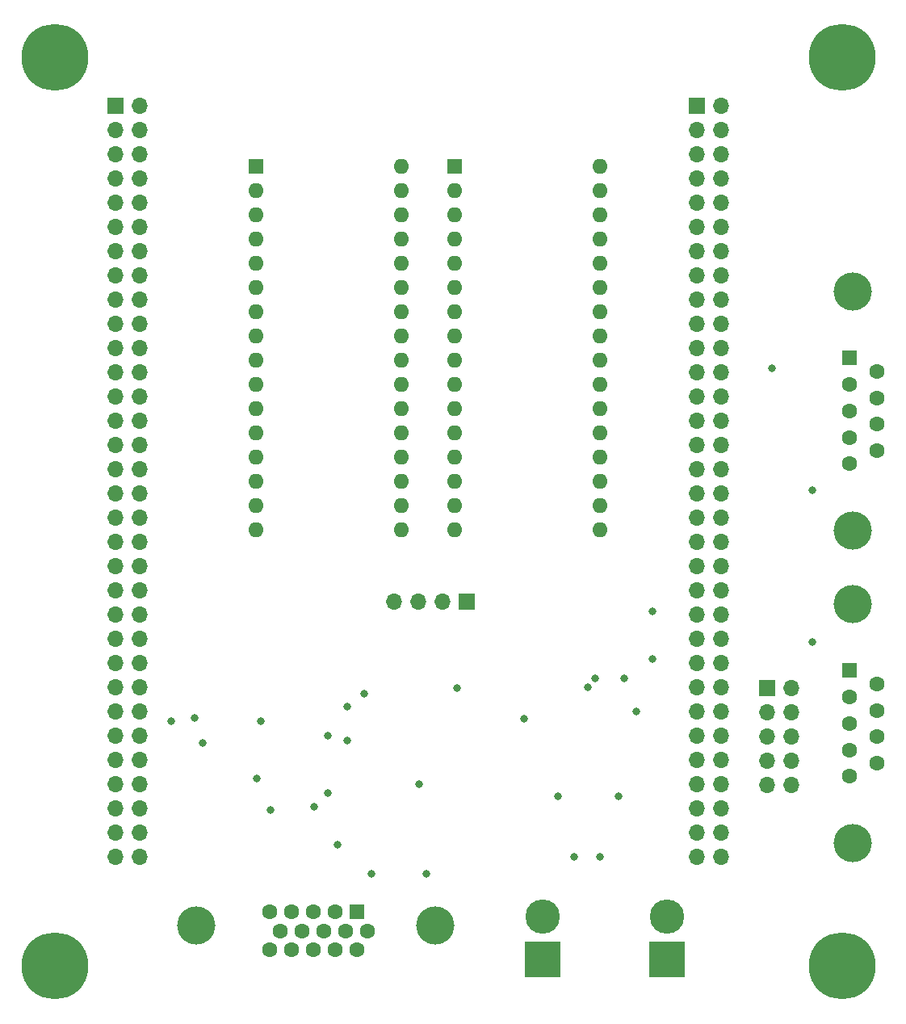
<source format=gbr>
%TF.GenerationSoftware,KiCad,Pcbnew,(5.1.8)-1*%
%TF.CreationDate,2020-12-07T06:27:38+02:00*%
%TF.ProjectId,fpga_hat,66706761-5f68-4617-942e-6b696361645f,rev?*%
%TF.SameCoordinates,Original*%
%TF.FileFunction,Copper,L3,Inr*%
%TF.FilePolarity,Positive*%
%FSLAX46Y46*%
G04 Gerber Fmt 4.6, Leading zero omitted, Abs format (unit mm)*
G04 Created by KiCad (PCBNEW (5.1.8)-1) date 2020-12-07 06:27:38*
%MOMM*%
%LPD*%
G01*
G04 APERTURE LIST*
%TA.AperFunction,ComponentPad*%
%ADD10C,4.000000*%
%TD*%
%TA.AperFunction,ComponentPad*%
%ADD11C,1.600000*%
%TD*%
%TA.AperFunction,ComponentPad*%
%ADD12R,1.600000X1.600000*%
%TD*%
%TA.AperFunction,ComponentPad*%
%ADD13O,1.700000X1.700000*%
%TD*%
%TA.AperFunction,ComponentPad*%
%ADD14R,1.700000X1.700000*%
%TD*%
%TA.AperFunction,ComponentPad*%
%ADD15C,7.000000*%
%TD*%
%TA.AperFunction,ComponentPad*%
%ADD16C,3.600000*%
%TD*%
%TA.AperFunction,ComponentPad*%
%ADD17R,3.765000X3.765000*%
%TD*%
%TA.AperFunction,ComponentPad*%
%ADD18O,1.600000X1.600000*%
%TD*%
%TA.AperFunction,ViaPad*%
%ADD19C,0.800000*%
%TD*%
G04 APERTURE END LIST*
D10*
%TO.N,GND*%
%TO.C,Joy2*%
X153462000Y-101752000D03*
X153462000Y-126752000D03*
D11*
%TO.N,/S&C1*%
X156002000Y-118407000D03*
%TO.N,GND*%
X156002000Y-115637000D03*
%TO.N,/SEL1*%
X156002000Y-112867000D03*
%TO.N,/A&B1*%
X156002000Y-110097000D03*
%TO.N,+3V3*%
X153162000Y-119792000D03*
%TO.N,/JR1*%
X153162000Y-117022000D03*
%TO.N,/L1*%
X153162000Y-114252000D03*
%TO.N,/JD1*%
X153162000Y-111482000D03*
D12*
%TO.N,/U1*%
X153162000Y-108712000D03*
%TD*%
D13*
%TO.N,GND*%
%TO.C,Joy2 Aux*%
X147040000Y-120660000D03*
%TO.N,+3V3*%
X144500000Y-120660000D03*
%TO.N,/S&C1*%
X147040000Y-118120000D03*
%TO.N,/JR1*%
X144500000Y-118120000D03*
%TO.N,/L1*%
X147040000Y-115580000D03*
%TO.N,+5V*%
X144500000Y-115580000D03*
%TO.N,/JD1*%
X147040000Y-113040000D03*
%TO.N,/SEL1*%
X144500000Y-113040000D03*
%TO.N,/A&B1*%
X147040000Y-110500000D03*
D14*
%TO.N,/U1*%
X144500000Y-110500000D03*
%TD*%
D10*
%TO.N,N/C*%
%TO.C,Video Out*%
X109685000Y-135420000D03*
X84685000Y-135420000D03*
D11*
%TO.N,Net-(VideoOut1-Pad15)*%
X92340000Y-137960000D03*
%TO.N,Net-(R8-Pad2)*%
X94630000Y-137960000D03*
%TO.N,Net-(R7-Pad2)*%
X96920000Y-137960000D03*
%TO.N,Net-(VideoOut1-Pad12)*%
X99210000Y-137960000D03*
%TO.N,Net-(VideoOut1-Pad11)*%
X101500000Y-137960000D03*
%TO.N,GND*%
X93485000Y-135980000D03*
%TO.N,+5V*%
X95775000Y-135980000D03*
%TO.N,GND*%
X98065000Y-135980000D03*
X100355000Y-135980000D03*
X102645000Y-135980000D03*
X92340000Y-134000000D03*
%TO.N,Net-(VideoOut1-Pad4)*%
X94630000Y-134000000D03*
%TO.N,Net-(IC1-Pad28)*%
X96920000Y-134000000D03*
%TO.N,Net-(IC1-Pad32)*%
X99210000Y-134000000D03*
D12*
%TO.N,Net-(IC1-Pad34)*%
X101500000Y-134000000D03*
%TD*%
D15*
%TO.N,N/C*%
%TO.C,_*%
X152400000Y-139700000D03*
%TD*%
%TO.N,N/C*%
%TO.C,_*%
X69850000Y-139700000D03*
%TD*%
%TO.N,N/C*%
%TO.C,_*%
X69850000Y-44450000D03*
%TD*%
%TO.N,N/C*%
%TO.C,_*%
X152400000Y-44450000D03*
%TD*%
D13*
%TO.N,+5V*%
%TO.C,U8*%
X139700000Y-128270000D03*
X137160000Y-128270000D03*
%TO.N,GND*%
X139700000Y-125730000D03*
X137160000Y-125730000D03*
%TO.N,/V_SYNC*%
X139700000Y-123190000D03*
%TO.N,/H_SYNC*%
X137160000Y-123190000D03*
%TO.N,/BLANK*%
X139700000Y-120650000D03*
%TO.N,/VI_CLOCK*%
X137160000Y-120650000D03*
%TO.N,/S&C1*%
X139700000Y-118110000D03*
%TO.N,/JR1*%
X137160000Y-118110000D03*
%TO.N,/L1*%
X139700000Y-115570000D03*
%TO.N,/RX|SDA*%
X137160000Y-115570000D03*
%TO.N,/SEL1*%
X139700000Y-113030000D03*
%TO.N,/JD1*%
X137160000Y-113030000D03*
%TO.N,/A&B1*%
X139700000Y-110490000D03*
%TO.N,/U1*%
X137160000Y-110490000D03*
%TO.N,/S&C0*%
X139700000Y-107950000D03*
%TO.N,/JR0*%
X137160000Y-107950000D03*
%TO.N,/L0*%
X139700000Y-105410000D03*
%TO.N,/TX|SCK*%
X137160000Y-105410000D03*
%TO.N,/SEL0*%
X139700000Y-102870000D03*
%TO.N,/JD0*%
X137160000Y-102870000D03*
%TO.N,/A&B0*%
X139700000Y-100330000D03*
%TO.N,/U0*%
X137160000Y-100330000D03*
%TO.N,/I2S_DATA*%
X139700000Y-97790000D03*
%TO.N,/I2S_SCLK*%
X137160000Y-97790000D03*
%TO.N,/I2S_WCLK*%
X139700000Y-95250000D03*
%TO.N,/I2S_MCLK*%
X137160000Y-95250000D03*
%TO.N,/d3*%
X139700000Y-92710000D03*
%TO.N,/d2*%
X137160000Y-92710000D03*
%TO.N,/d4*%
X139700000Y-90170000D03*
%TO.N,/d1*%
X137160000Y-90170000D03*
%TO.N,/d5*%
X139700000Y-87630000D03*
%TO.N,/d0*%
X137160000Y-87630000D03*
%TO.N,/d6*%
X139700000Y-85090000D03*
%TO.N,/a0*%
X137160000Y-85090000D03*
%TO.N,/d7*%
X139700000Y-82550000D03*
%TO.N,/a1*%
X137160000Y-82550000D03*
%TO.N,/ce*%
X139700000Y-80010000D03*
%TO.N,/a2*%
X137160000Y-80010000D03*
%TO.N,/a10*%
X139700000Y-77470000D03*
%TO.N,/a3*%
X137160000Y-77470000D03*
%TO.N,/oe*%
X139700000Y-74930000D03*
%TO.N,/a4*%
X137160000Y-74930000D03*
%TO.N,/a11*%
X139700000Y-72390000D03*
%TO.N,/a5*%
X137160000Y-72390000D03*
%TO.N,/a9*%
X139700000Y-69850000D03*
%TO.N,/a6*%
X137160000Y-69850000D03*
%TO.N,/a8*%
X139700000Y-67310000D03*
%TO.N,/a7*%
X137160000Y-67310000D03*
%TO.N,/a13*%
X139700000Y-64770000D03*
%TO.N,/a12*%
X137160000Y-64770000D03*
%TO.N,/we*%
X139700000Y-62230000D03*
%TO.N,/a14*%
X137160000Y-62230000D03*
%TO.N,/a17*%
X139700000Y-59690000D03*
%TO.N,/a16*%
X137160000Y-59690000D03*
%TO.N,/a15*%
X139700000Y-57150000D03*
%TO.N,/a18*%
X137160000Y-57150000D03*
%TO.N,GND*%
X139700000Y-54610000D03*
X137160000Y-54610000D03*
%TO.N,+3V3*%
X139700000Y-52070000D03*
X137160000Y-52070000D03*
%TO.N,GND*%
X139700000Y-49530000D03*
D14*
X137160000Y-49530000D03*
%TD*%
D13*
%TO.N,GND*%
%TO.C,GND RX|SDA TX|SCK 3.3V*%
X105380000Y-101500000D03*
%TO.N,/RX|SDA*%
X107920000Y-101500000D03*
%TO.N,/TX|SCK*%
X110460000Y-101500000D03*
D14*
%TO.N,+3V3*%
X113000000Y-101500000D03*
%TD*%
D10*
%TO.N,GND*%
%TO.C,Joy1*%
X153462000Y-68986000D03*
X153462000Y-93986000D03*
D11*
%TO.N,/S&C0*%
X156002000Y-85641000D03*
%TO.N,GND*%
X156002000Y-82871000D03*
%TO.N,/SEL0*%
X156002000Y-80101000D03*
%TO.N,/A&B0*%
X156002000Y-77331000D03*
%TO.N,+3V3*%
X153162000Y-87026000D03*
%TO.N,/JR0*%
X153162000Y-84256000D03*
%TO.N,/L0*%
X153162000Y-81486000D03*
%TO.N,/JD0*%
X153162000Y-78716000D03*
D12*
%TO.N,/U0*%
X153162000Y-75946000D03*
%TD*%
D16*
%TO.N,GND*%
%TO.C,Audio R*%
X121000000Y-134500000D03*
D17*
%TO.N,Net-(AudioR1-Pad1)*%
X121000000Y-139000000D03*
%TD*%
D16*
%TO.N,GND*%
%TO.C,Audio L*%
X134000000Y-134500000D03*
D17*
%TO.N,Net-(AudioL1-Pad1)*%
X134000000Y-139000000D03*
%TD*%
D13*
%TO.N,+5V*%
%TO.C,U7*%
X78740000Y-128270000D03*
X76200000Y-128270000D03*
%TO.N,GND*%
X78740000Y-125730000D03*
X76200000Y-125730000D03*
%TO.N,/B7*%
X78740000Y-123190000D03*
%TO.N,/B6*%
X76200000Y-123190000D03*
%TO.N,/B5*%
X78740000Y-120650000D03*
%TO.N,/B4*%
X76200000Y-120650000D03*
%TO.N,/B3*%
X78740000Y-118110000D03*
%TO.N,/B2*%
X76200000Y-118110000D03*
%TO.N,/B1*%
X78740000Y-115570000D03*
%TO.N,/B0*%
X76200000Y-115570000D03*
%TO.N,/G7*%
X78740000Y-113030000D03*
%TO.N,/G6*%
X76200000Y-113030000D03*
%TO.N,/G5*%
X78740000Y-110490000D03*
%TO.N,/G4*%
X76200000Y-110490000D03*
%TO.N,/G3*%
X78740000Y-107950000D03*
%TO.N,/G2*%
X76200000Y-107950000D03*
%TO.N,/G1*%
X78740000Y-105410000D03*
%TO.N,/G0*%
X76200000Y-105410000D03*
%TO.N,/R7*%
X78740000Y-102870000D03*
%TO.N,/R6*%
X76200000Y-102870000D03*
%TO.N,/R5*%
X78740000Y-100330000D03*
%TO.N,/R4*%
X76200000Y-100330000D03*
%TO.N,/R3*%
X78740000Y-97790000D03*
%TO.N,/R2*%
X76200000Y-97790000D03*
%TO.N,/R1*%
X78740000Y-95250000D03*
%TO.N,/R0*%
X76200000Y-95250000D03*
%TO.N,/D3*%
X78740000Y-92710000D03*
%TO.N,/D2*%
X76200000Y-92710000D03*
%TO.N,/D4*%
X78740000Y-90170000D03*
%TO.N,/D1*%
X76200000Y-90170000D03*
%TO.N,/D5*%
X78740000Y-87630000D03*
%TO.N,/D0*%
X76200000Y-87630000D03*
%TO.N,/D6*%
X78740000Y-85090000D03*
%TO.N,/A0*%
X76200000Y-85090000D03*
%TO.N,/D7*%
X78740000Y-82550000D03*
%TO.N,/A1*%
X76200000Y-82550000D03*
%TO.N,/CE*%
X78740000Y-80010000D03*
%TO.N,/A2*%
X76200000Y-80010000D03*
%TO.N,/A10*%
X78740000Y-77470000D03*
%TO.N,/A3*%
X76200000Y-77470000D03*
%TO.N,/OE*%
X78740000Y-74930000D03*
%TO.N,/A4*%
X76200000Y-74930000D03*
%TO.N,/A11*%
X78740000Y-72390000D03*
%TO.N,/A5*%
X76200000Y-72390000D03*
%TO.N,/A9*%
X78740000Y-69850000D03*
%TO.N,/A6*%
X76200000Y-69850000D03*
%TO.N,/A8*%
X78740000Y-67310000D03*
%TO.N,/A7*%
X76200000Y-67310000D03*
%TO.N,/A13*%
X78740000Y-64770000D03*
%TO.N,/A12*%
X76200000Y-64770000D03*
%TO.N,/WE*%
X78740000Y-62230000D03*
%TO.N,/A14*%
X76200000Y-62230000D03*
%TO.N,/A17*%
X78740000Y-59690000D03*
%TO.N,/A16*%
X76200000Y-59690000D03*
%TO.N,/A15*%
X78740000Y-57150000D03*
%TO.N,/A18*%
X76200000Y-57150000D03*
%TO.N,GND*%
X78740000Y-54610000D03*
X76200000Y-54610000D03*
%TO.N,+3V3*%
X78740000Y-52070000D03*
X76200000Y-52070000D03*
%TO.N,GND*%
X78740000Y-49530000D03*
D14*
X76200000Y-49530000D03*
%TD*%
D18*
%TO.N,+3V3*%
%TO.C,RAM2*%
X127000000Y-55880000D03*
%TO.N,GND*%
X111760000Y-93980000D03*
%TO.N,/a15*%
X127000000Y-58420000D03*
%TO.N,/d2*%
X111760000Y-91440000D03*
%TO.N,/a17*%
X127000000Y-60960000D03*
%TO.N,/d1*%
X111760000Y-88900000D03*
%TO.N,/we*%
X127000000Y-63500000D03*
%TO.N,/d0*%
X111760000Y-86360000D03*
%TO.N,/a13*%
X127000000Y-66040000D03*
%TO.N,/a0*%
X111760000Y-83820000D03*
%TO.N,/a8*%
X127000000Y-68580000D03*
%TO.N,/a1*%
X111760000Y-81280000D03*
%TO.N,/a9*%
X127000000Y-71120000D03*
%TO.N,/a2*%
X111760000Y-78740000D03*
%TO.N,/a11*%
X127000000Y-73660000D03*
%TO.N,/a3*%
X111760000Y-76200000D03*
%TO.N,/oe*%
X127000000Y-76200000D03*
%TO.N,/a4*%
X111760000Y-73660000D03*
%TO.N,/a10*%
X127000000Y-78740000D03*
%TO.N,/a5*%
X111760000Y-71120000D03*
%TO.N,/ce*%
X127000000Y-81280000D03*
%TO.N,/a6*%
X111760000Y-68580000D03*
%TO.N,/d7*%
X127000000Y-83820000D03*
%TO.N,/a7*%
X111760000Y-66040000D03*
%TO.N,/d6*%
X127000000Y-86360000D03*
%TO.N,/a12*%
X111760000Y-63500000D03*
%TO.N,/d5*%
X127000000Y-88900000D03*
%TO.N,/a14*%
X111760000Y-60960000D03*
%TO.N,/d4*%
X127000000Y-91440000D03*
%TO.N,/a16*%
X111760000Y-58420000D03*
%TO.N,/d3*%
X127000000Y-93980000D03*
D12*
%TO.N,/a18*%
X111760000Y-55880000D03*
%TD*%
D18*
%TO.N,+3V3*%
%TO.C,RAM1*%
X106172000Y-55880000D03*
%TO.N,GND*%
X90932000Y-93980000D03*
%TO.N,/A15*%
X106172000Y-58420000D03*
%TO.N,/D2*%
X90932000Y-91440000D03*
%TO.N,/A17*%
X106172000Y-60960000D03*
%TO.N,/D1*%
X90932000Y-88900000D03*
%TO.N,/WE*%
X106172000Y-63500000D03*
%TO.N,/D0*%
X90932000Y-86360000D03*
%TO.N,/A13*%
X106172000Y-66040000D03*
%TO.N,/A0*%
X90932000Y-83820000D03*
%TO.N,/A8*%
X106172000Y-68580000D03*
%TO.N,/A1*%
X90932000Y-81280000D03*
%TO.N,/A9*%
X106172000Y-71120000D03*
%TO.N,/A2*%
X90932000Y-78740000D03*
%TO.N,/A11*%
X106172000Y-73660000D03*
%TO.N,/A3*%
X90932000Y-76200000D03*
%TO.N,/OE*%
X106172000Y-76200000D03*
%TO.N,/A4*%
X90932000Y-73660000D03*
%TO.N,/A10*%
X106172000Y-78740000D03*
%TO.N,/A5*%
X90932000Y-71120000D03*
%TO.N,/CE*%
X106172000Y-81280000D03*
%TO.N,/A6*%
X90932000Y-68580000D03*
%TO.N,/D7*%
X106172000Y-83820000D03*
%TO.N,/A7*%
X90932000Y-66040000D03*
%TO.N,/D6*%
X106172000Y-86360000D03*
%TO.N,/A12*%
X90932000Y-63500000D03*
%TO.N,/D5*%
X106172000Y-88900000D03*
%TO.N,/A14*%
X90932000Y-60960000D03*
%TO.N,/D4*%
X106172000Y-91440000D03*
%TO.N,/A16*%
X90932000Y-58420000D03*
%TO.N,/D3*%
X106172000Y-93980000D03*
D12*
%TO.N,/A18*%
X90932000Y-55880000D03*
%TD*%
D19*
%TO.N,GND*%
X112000000Y-110500000D03*
X125730000Y-110490000D03*
X128905000Y-121920000D03*
X130810000Y-113030000D03*
X122555000Y-121920000D03*
X108000000Y-120650000D03*
X102235000Y-111125000D03*
X91440000Y-114046000D03*
X132500000Y-102500000D03*
X132500000Y-107500000D03*
X145000000Y-77000000D03*
X92450000Y-123350000D03*
X82000000Y-114000000D03*
X99500000Y-127000000D03*
X119000000Y-113750000D03*
X149250000Y-89750000D03*
X149250000Y-105750000D03*
%TO.N,+5V*%
X85344000Y-116286495D03*
X127000000Y-128250000D03*
X124250000Y-128250000D03*
X108750000Y-130000000D03*
X103000000Y-130000000D03*
X100500000Y-112500000D03*
X98500000Y-121500000D03*
X97000000Y-123000000D03*
X129500000Y-109500000D03*
X126500000Y-109500000D03*
%TO.N,/VI_CLOCK*%
X91000000Y-120000000D03*
X100500000Y-116000000D03*
%TO.N,/BLANK*%
X98425000Y-115570000D03*
X84455000Y-113665000D03*
%TD*%
M02*

</source>
